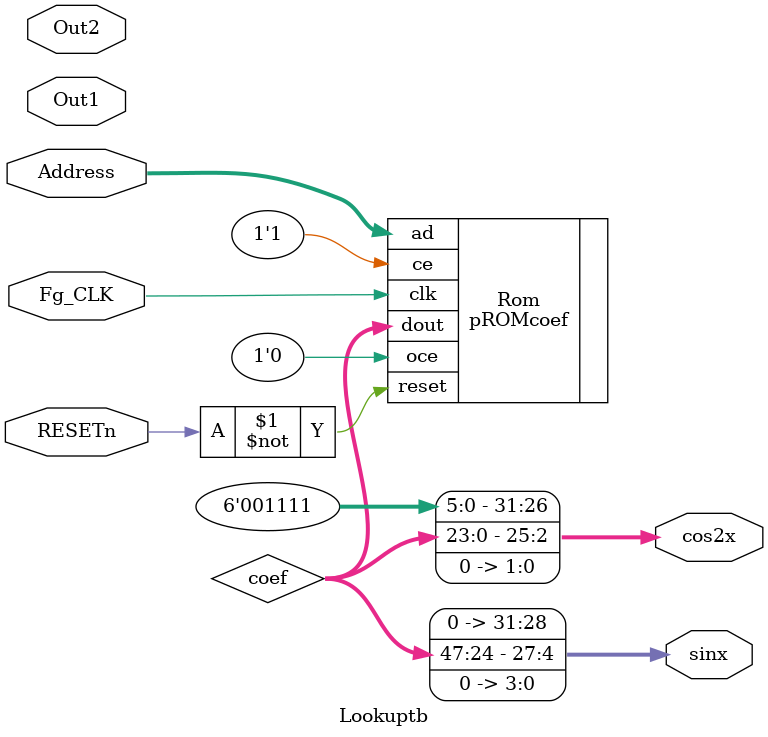
<source format=v>
module Lookuptb(
    input wire Fg_CLK,
    input wire RESETn,
    input wire [10:0]Address,
    input wire [31:0] Out1,
    input wire [31:0] Out2,
    output wire [31:0] sinx,
    output wire [31:0] cos2x
);

wire [47:0] coef;
//wire [47:0] data;
assign sinx  = {4'b0000   ,coef[47:24],4'b0000};
assign cos2x = {6'b001111,coef[23:0] ,2'b00};



pROMcoef Rom(
        .dout(coef), //output [47:0] dout
        .clk(Fg_CLK), //input clk
        .oce(1'd0), //input oce
        .ce(1'd1), //input ce
        .reset(~RESETn), //input reset
        .ad(Address) //input [10:0] ad
    );


endmodule
</source>
